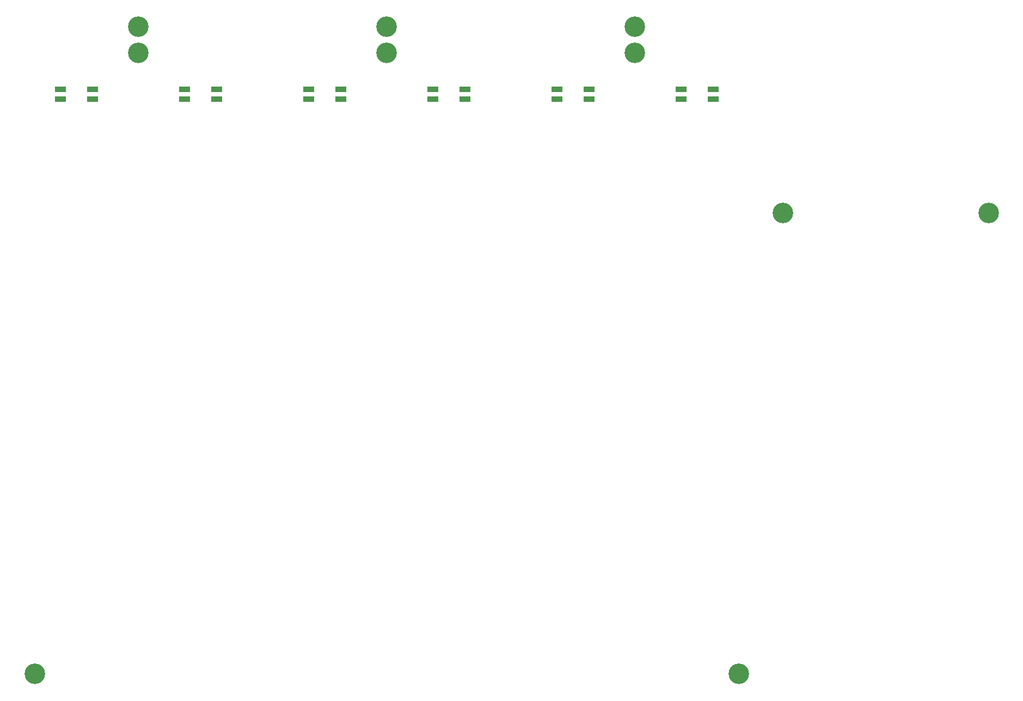
<source format=gtp>
G04 #@! TF.GenerationSoftware,KiCad,Pcbnew,7.0.8*
G04 #@! TF.CreationDate,2023-11-08T21:38:18-08:00*
G04 #@! TF.ProjectId,(OLD) Seismos_CoreStencil,284f4c44-2920-4536-9569-736d6f735f43,rev?*
G04 #@! TF.SameCoordinates,Original*
G04 #@! TF.FileFunction,Paste,Top*
G04 #@! TF.FilePolarity,Positive*
%FSLAX46Y46*%
G04 Gerber Fmt 4.6, Leading zero omitted, Abs format (unit mm)*
G04 Created by KiCad (PCBNEW 7.0.8) date 2023-11-08 21:38:18*
%MOMM*%
%LPD*%
G01*
G04 APERTURE LIST*
%ADD10C,3.200000*%
%ADD11R,1.803400X0.812800*%
G04 APERTURE END LIST*
D10*
X142650000Y-122600000D03*
X33150000Y-122600000D03*
X87900000Y-22000000D03*
X87900000Y-26000000D03*
X49300000Y-26000000D03*
X126500000Y-26000000D03*
X49300000Y-22000000D03*
X181500000Y-50900000D03*
X149500000Y-50900000D03*
X126500000Y-22000000D03*
D11*
X42151900Y-33249300D03*
X42151900Y-31750700D03*
X37148100Y-31750700D03*
X37148100Y-33249300D03*
X138651900Y-33249300D03*
X138651900Y-31750700D03*
X133648100Y-31750700D03*
X133648100Y-33249300D03*
X100051900Y-33249300D03*
X100051900Y-31750700D03*
X95048100Y-31750700D03*
X95048100Y-33249300D03*
X80751900Y-33249300D03*
X80751900Y-31750700D03*
X75748100Y-31750700D03*
X75748100Y-33249300D03*
X119351900Y-33249300D03*
X119351900Y-31750700D03*
X114348100Y-31750700D03*
X114348100Y-33249300D03*
X61451900Y-33249300D03*
X61451900Y-31750700D03*
X56448100Y-31750700D03*
X56448100Y-33249300D03*
M02*

</source>
